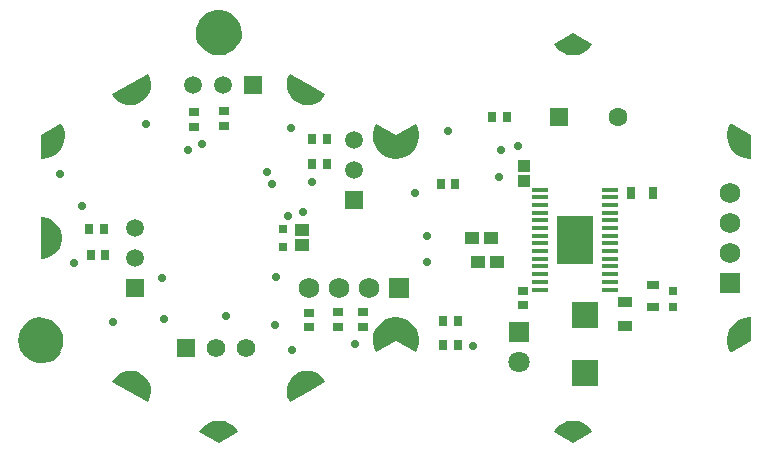
<source format=gbr>
G04*
G04 #@! TF.GenerationSoftware,Altium Limited,Altium Designer,25.8.1 (18)*
G04*
G04 Layer_Color=8388736*
%FSLAX25Y25*%
%MOIN*%
G70*
G04*
G04 #@! TF.SameCoordinates,4BE62294-00A5-47EF-9B78-CB70749D35C4*
G04*
G04*
G04 #@! TF.FilePolarity,Negative*
G04*
G01*
G75*
%ADD16R,0.03197X0.02985*%
%ADD17R,0.05550X0.01400*%
%ADD19R,0.02985X0.03197*%
%ADD21R,0.03150X0.03150*%
%ADD22R,0.04355X0.02977*%
%ADD23R,0.02977X0.04355*%
%ADD24R,0.02756X0.02756*%
%ADD25R,0.08898X0.08504*%
%ADD26R,0.04749X0.03765*%
%ADD27R,0.03543X0.02953*%
%ADD28R,0.04748X0.04166*%
%ADD32R,0.12200X0.15900*%
%ADD33R,0.04343X0.03950*%
%ADD34R,0.04540X0.03950*%
G04:AMPARAMS|DCode=35|XSize=47.37mil|YSize=47.37mil|CornerRadius=23.68mil|HoleSize=0mil|Usage=FLASHONLY|Rotation=150.000|XOffset=0mil|YOffset=0mil|HoleType=Round|Shape=RoundedRectangle|*
%AMROUNDEDRECTD35*
21,1,0.04737,0.00000,0,0,150.0*
21,1,0.00000,0.04737,0,0,150.0*
1,1,0.04737,0.00000,0.00000*
1,1,0.04737,0.00000,0.00000*
1,1,0.04737,0.00000,0.00000*
1,1,0.04737,0.00000,0.00000*
%
%ADD35ROUNDEDRECTD35*%
G04:AMPARAMS|DCode=36|XSize=47.37mil|YSize=47.37mil|CornerRadius=23.68mil|HoleSize=0mil|Usage=FLASHONLY|Rotation=90.000|XOffset=0mil|YOffset=0mil|HoleType=Round|Shape=RoundedRectangle|*
%AMROUNDEDRECTD36*
21,1,0.04737,0.00000,0,0,90.0*
21,1,0.00000,0.04737,0,0,90.0*
1,1,0.04737,0.00000,0.00000*
1,1,0.04737,0.00000,0.00000*
1,1,0.04737,0.00000,0.00000*
1,1,0.04737,0.00000,0.00000*
%
%ADD36ROUNDEDRECTD36*%
G04:AMPARAMS|DCode=37|XSize=47.37mil|YSize=47.37mil|CornerRadius=23.68mil|HoleSize=0mil|Usage=FLASHONLY|Rotation=210.000|XOffset=0mil|YOffset=0mil|HoleType=Round|Shape=RoundedRectangle|*
%AMROUNDEDRECTD37*
21,1,0.04737,0.00000,0,0,210.0*
21,1,0.00000,0.04737,0,0,210.0*
1,1,0.04737,0.00000,0.00000*
1,1,0.04737,0.00000,0.00000*
1,1,0.04737,0.00000,0.00000*
1,1,0.04737,0.00000,0.00000*
%
%ADD37ROUNDEDRECTD37*%
%ADD38C,0.06902*%
%ADD39R,0.06902X0.06902*%
%ADD40R,0.05984X0.05984*%
%ADD41C,0.05984*%
%ADD42R,0.06902X0.06902*%
%ADD43C,0.06312*%
%ADD44R,0.06312X0.06312*%
%ADD45C,0.07099*%
%ADD46R,0.07099X0.07099*%
%ADD47R,0.05984X0.05984*%
%ADD48C,0.06181*%
%ADD49R,0.06181X0.06181*%
%ADD50C,0.02769*%
G36*
X-57637Y75569D02*
X-56173Y74927D01*
X-54873Y73997D01*
X-53792Y72820D01*
X-52975Y71447D01*
X-52458Y69934D01*
X-52262Y68348D01*
X-52397Y66756D01*
X-52855Y65225D01*
X-53237Y64523D01*
Y64523D01*
X-60000Y68416D01*
X-53579Y64719D01*
X-53891Y64143D01*
X-54711Y63120D01*
X-55700Y62259D01*
X-56826Y61589D01*
X-58054Y61129D01*
X-59345Y60896D01*
X-60655D01*
X-61946Y61129D01*
X-63174Y61589D01*
X-64300Y62259D01*
X-65289Y63120D01*
X-66109Y64143D01*
X-66422Y64719D01*
X-66763Y64523D01*
X-67145Y65225D01*
X-67603Y66756D01*
X-67738Y68348D01*
X-67542Y69934D01*
X-67025Y71447D01*
X-66208Y72820D01*
X-65127Y73997D01*
X-63827Y74927D01*
X-62363Y75569D01*
X-60799Y75897D01*
X-59201D01*
X-57637Y75569D01*
D02*
G37*
G36*
X64531Y64719D02*
X64219Y64143D01*
X63399Y63120D01*
X62410Y62259D01*
X61284Y61589D01*
X60056Y61129D01*
X58766Y60896D01*
X57455D01*
X56164Y61129D01*
X54936Y61589D01*
X53810Y62259D01*
X52821Y63120D01*
X52001Y64143D01*
X51688Y64719D01*
X51688Y64719D01*
X58110Y68416D01*
X64531Y64719D01*
D02*
G37*
G36*
X-36334Y54748D02*
X-36329Y54756D01*
X-30383Y51318D01*
X-24435Y47888D01*
X-24439Y47881D01*
X-24418Y47868D01*
X-24747Y47261D01*
X-25631Y46201D01*
X-26709Y45338D01*
X-27936Y44706D01*
X-29265Y44331D01*
X-30641Y44227D01*
X-32011Y44398D01*
X-33320Y44838D01*
X-33923Y45187D01*
X-34529Y45536D01*
X-35564Y46449D01*
X-36398Y47550D01*
X-36996Y48794D01*
X-37335Y50133D01*
X-37401Y51512D01*
X-37193Y52876D01*
X-36717Y54172D01*
X-36355Y54760D01*
X-36334Y54748D01*
D02*
G37*
G36*
X-83308Y54168D02*
X-82831Y52873D01*
X-82620Y51508D01*
X-82685Y50129D01*
X-83022Y48791D01*
X-83619Y47545D01*
X-84451Y46444D01*
X-85485Y45529D01*
X-86680Y44838D01*
X-87989Y44398D01*
X-89359Y44227D01*
X-90735Y44331D01*
X-92064Y44706D01*
X-93291Y45338D01*
X-94369Y46201D01*
X-95253Y47261D01*
X-95582Y47868D01*
X-95582D01*
X-83671Y54756D01*
X-83308Y54168D01*
D02*
G37*
G36*
X-112496Y38118D02*
D01*
X-112496D01*
X-112496D01*
D02*
G37*
G36*
X-112136Y37530D02*
X-111636Y36243D01*
X-111374Y34888D01*
X-111356Y33508D01*
X-111584Y32147D01*
X-112050Y30848D01*
X-112741Y29653D01*
X-113632Y28600D01*
X-114697Y27722D01*
X-115901Y27047D01*
X-117206Y26597D01*
X-118569Y26387D01*
X-119259Y26405D01*
X-119259Y26799D01*
X-119260Y26799D01*
Y26799D01*
X-119251Y34209D01*
X-112838Y37921D01*
X-112838Y37920D01*
X-112496Y38118D01*
X-112136Y37530D01*
D02*
G37*
G36*
X110949Y37901D02*
X110961Y37921D01*
X110961D01*
X117374Y34209D01*
X117383Y26799D01*
X117362Y26798D01*
Y26420D01*
X116674Y26401D01*
X115312Y26610D01*
X114009Y27057D01*
X112807Y27729D01*
X111743Y28604D01*
X110852Y29655D01*
X110162Y30847D01*
X109695Y32142D01*
X109466Y33501D01*
X109482Y34878D01*
X109743Y36230D01*
X110240Y37515D01*
X110599Y38103D01*
Y38103D01*
X110949Y37901D01*
D02*
G37*
G36*
X-945Y34321D02*
X5621Y38103D01*
X5980Y37515D01*
X6477Y36230D01*
X6738Y34878D01*
X6754Y33501D01*
X6525Y32142D01*
X6058Y30847D01*
X5368Y29655D01*
X4477Y28604D01*
X3413Y27729D01*
X2211Y27057D01*
X908Y26610D01*
X-454Y26401D01*
X-945Y26414D01*
X-1436Y26401D01*
X-2798Y26610D01*
X-4101Y27057D01*
X-5303Y27729D01*
X-6367Y28604D01*
X-7258Y29655D01*
X-7948Y30847D01*
X-8415Y32142D01*
X-8644Y33501D01*
X-8628Y34878D01*
X-8367Y36230D01*
X-7870Y37515D01*
X-7511Y38103D01*
Y38103D01*
X-945Y34321D01*
D02*
G37*
G36*
X-117199Y6671D02*
X-115911Y6170D01*
X-114749Y5423D01*
X-113758Y4459D01*
X-112978Y3319D01*
X-112440Y2046D01*
X-112165Y691D01*
Y-691D01*
X-112440Y-2046D01*
X-112978Y-3319D01*
X-113758Y-4459D01*
X-114749Y-5423D01*
X-115911Y-6170D01*
X-117199Y-6671D01*
X-117211Y-6673D01*
X-117215Y-6675D01*
X-118575Y-6911D01*
X-119265Y-6892D01*
X-119265D01*
X-119274Y6867D01*
X-119252Y6868D01*
Y6887D01*
X-118561Y6907D01*
X-117199Y6671D01*
D02*
G37*
G36*
X908Y-26610D02*
X2211Y-27057D01*
X3413Y-27729D01*
X4477Y-28604D01*
X5368Y-29655D01*
X6058Y-30847D01*
X6525Y-32142D01*
X6754Y-33501D01*
X6738Y-34878D01*
X6477Y-36230D01*
X5980Y-37515D01*
X5621Y-38103D01*
X-945Y-34321D01*
X-7511Y-38103D01*
X-7870Y-37515D01*
X-8367Y-36230D01*
X-8628Y-34878D01*
X-8644Y-33501D01*
X-8415Y-32142D01*
X-7948Y-30847D01*
X-7258Y-29655D01*
X-6367Y-28604D01*
X-5303Y-27729D01*
X-4101Y-27057D01*
X-2798Y-26610D01*
X-1436Y-26401D01*
X-945Y-26414D01*
X-454Y-26401D01*
X908Y-26610D01*
D02*
G37*
G36*
X117362Y-26420D02*
Y-26798D01*
X117383Y-26799D01*
X117383Y-26799D01*
X117374Y-34209D01*
X110961Y-37921D01*
X110949Y-37901D01*
X110599Y-38103D01*
X110240Y-37515D01*
X109743Y-36230D01*
X109482Y-34878D01*
X109466Y-33501D01*
X109695Y-32142D01*
X110162Y-30847D01*
X110852Y-29655D01*
X111743Y-28604D01*
X112807Y-27729D01*
X114009Y-27057D01*
X115312Y-26610D01*
X116674Y-26401D01*
X117362Y-26420D01*
D02*
G37*
G36*
X5621Y-38103D02*
X5621D01*
D01*
X5621D01*
D02*
G37*
G36*
X-119259Y-26799D02*
X-118605Y-26781D01*
X-117309Y-26980D01*
X-116069Y-27406D01*
X-114925Y-28046D01*
X-113913Y-28880D01*
X-113065Y-29881D01*
X-112410Y-31016D01*
X-111967Y-32250D01*
X-111751Y-33543D01*
X-111769Y-34854D01*
X-112019Y-36141D01*
X-112495Y-37363D01*
X-112838Y-37920D01*
X-112496Y-38118D01*
X-112913Y-38800D01*
X-114010Y-39962D01*
X-115322Y-40875D01*
X-116793Y-41499D01*
X-118361Y-41807D01*
X-119959Y-41787D01*
X-121519Y-41438D01*
X-122974Y-40777D01*
X-124262Y-39831D01*
X-125329Y-38641D01*
X-126128Y-37257D01*
X-126626Y-35738D01*
X-126801Y-34149D01*
X-126646Y-32559D01*
X-126168Y-31034D01*
X-125387Y-29640D01*
X-124336Y-28436D01*
X-123060Y-27473D01*
X-121613Y-26793D01*
X-120058Y-26425D01*
X-119259Y-26405D01*
X-119259Y-26405D01*
X-119259Y-26799D01*
D02*
G37*
G36*
X-29265Y-44331D02*
X-27936Y-44706D01*
X-26709Y-45338D01*
X-25631Y-46201D01*
X-24747Y-47261D01*
X-24418Y-47868D01*
D01*
Y-47868D01*
X-30374Y-51312D01*
X-36329Y-54756D01*
X-36692Y-54168D01*
X-37169Y-52873D01*
X-37380Y-51508D01*
X-37315Y-50129D01*
X-36978Y-48791D01*
X-36381Y-47545D01*
X-35549Y-46444D01*
X-34515Y-45529D01*
X-33320Y-44838D01*
X-32011Y-44398D01*
X-30641Y-44227D01*
X-29265Y-44331D01*
D02*
G37*
G36*
X-87989Y-44398D02*
X-86680Y-44838D01*
X-86077Y-45187D01*
X-85471Y-45536D01*
X-84436Y-46449D01*
X-83602Y-47550D01*
X-83004Y-48794D01*
X-82665Y-50133D01*
X-82599Y-51512D01*
X-82807Y-52876D01*
X-83283Y-54172D01*
X-83645Y-54760D01*
D01*
X-83645Y-54760D01*
X-83645Y-54760D01*
X-83666Y-54748D01*
X-83671Y-54756D01*
D01*
X-83671Y-54756D01*
X-83671Y-54756D01*
X-89617Y-51318D01*
X-95565Y-47888D01*
X-95561Y-47881D01*
X-95582Y-47868D01*
X-95253Y-47261D01*
X-94369Y-46201D01*
X-93291Y-45338D01*
X-92064Y-44706D01*
X-90735Y-44331D01*
X-89359Y-44227D01*
X-87989Y-44398D01*
D02*
G37*
G36*
X60056Y-61129D02*
X61284Y-61589D01*
X62410Y-62259D01*
X63399Y-63120D01*
X64219Y-64143D01*
X64531Y-64719D01*
X58110Y-68416D01*
X51688Y-64719D01*
X52001Y-64143D01*
X52821Y-63120D01*
X53810Y-62259D01*
X54936Y-61589D01*
X56164Y-61129D01*
X57455Y-60896D01*
X58766D01*
X60056Y-61129D01*
D02*
G37*
G36*
X-58054D02*
X-56826Y-61589D01*
X-55700Y-62259D01*
X-54711Y-63120D01*
X-53891Y-64143D01*
X-53579Y-64719D01*
X-60000Y-68416D01*
X-66422Y-64719D01*
X-66109Y-64143D01*
X-65289Y-63120D01*
X-64300Y-62259D01*
X-63174Y-61589D01*
X-61946Y-61129D01*
X-60655Y-60896D01*
X-59345D01*
X-58054Y-61129D01*
D02*
G37*
D16*
X-29941Y-24864D02*
D03*
Y-29801D02*
D03*
X-58388Y42214D02*
D03*
Y37277D02*
D03*
X-11824Y-29689D02*
D03*
X-20175Y-29599D02*
D03*
Y-24661D02*
D03*
X-11824Y-24752D02*
D03*
X-68306Y37105D02*
D03*
Y42042D02*
D03*
D17*
X70374Y-1844D02*
D03*
Y-4403D02*
D03*
Y3274D02*
D03*
Y715D02*
D03*
Y8392D02*
D03*
Y5833D02*
D03*
Y-6962D02*
D03*
Y-9521D02*
D03*
X47124Y3274D02*
D03*
Y715D02*
D03*
Y16069D02*
D03*
X70374Y-14639D02*
D03*
X47124Y-6962D02*
D03*
Y-12080D02*
D03*
Y10951D02*
D03*
X70374Y-17198D02*
D03*
X47124Y13510D02*
D03*
Y8392D02*
D03*
Y5833D02*
D03*
Y-1844D02*
D03*
Y-4403D02*
D03*
Y-9521D02*
D03*
Y-14639D02*
D03*
Y-17198D02*
D03*
X70374Y13510D02*
D03*
Y-12080D02*
D03*
Y10951D02*
D03*
Y16069D02*
D03*
D19*
X-28854Y24642D02*
D03*
X13942Y17883D02*
D03*
X-103092Y2822D02*
D03*
X35937Y40223D02*
D03*
X31000D02*
D03*
X19737Y-27559D02*
D03*
X14800D02*
D03*
X19737Y-35764D02*
D03*
X14800D02*
D03*
X-98155Y2822D02*
D03*
X-102691Y-5658D02*
D03*
X-97754D02*
D03*
X-28960Y32950D02*
D03*
X-24023D02*
D03*
X-23917Y24642D02*
D03*
X18879Y17883D02*
D03*
D21*
X-38543Y-3097D02*
D03*
Y2809D02*
D03*
D22*
X84631Y-15772D02*
D03*
Y-23055D02*
D03*
D23*
X84746Y14900D02*
D03*
X77463D02*
D03*
D24*
X91260Y-17537D02*
D03*
Y-23048D02*
D03*
D25*
X62148Y-45040D02*
D03*
Y-25749D02*
D03*
D26*
X75480Y-21248D02*
D03*
Y-29319D02*
D03*
D27*
X41352Y-22449D02*
D03*
Y-17724D02*
D03*
D28*
X24397Y-65D02*
D03*
X30704D02*
D03*
X32739Y-8134D02*
D03*
X26432D02*
D03*
D32*
X58749Y-565D02*
D03*
D33*
X41847Y23933D02*
D03*
Y19012D02*
D03*
D34*
X-32329Y2578D02*
D03*
Y-2343D02*
D03*
D35*
X-116326Y32520D02*
D03*
X114449Y-32520D02*
D03*
X-116339Y0D02*
D03*
D36*
X-60000Y65039D02*
D03*
X58110Y-65039D02*
D03*
X-661Y30520D02*
D03*
X58110Y65039D02*
D03*
X-661Y-30520D02*
D03*
X-60000Y-65039D02*
D03*
X-31850Y-48780D02*
D03*
X-88150Y48780D02*
D03*
D37*
X-116326Y-32520D02*
D03*
X114449Y32520D02*
D03*
X-88150Y-48780D02*
D03*
X-31850Y48780D02*
D03*
D38*
X110273Y-4970D02*
D03*
Y5030D02*
D03*
X110273Y15030D02*
D03*
X-30038Y-16647D02*
D03*
X-10038D02*
D03*
X-20038D02*
D03*
D39*
X110273Y-14970D02*
D03*
D40*
X-88073Y-16726D02*
D03*
X-14976Y12556D02*
D03*
D41*
X-88073Y-6726D02*
D03*
Y3274D02*
D03*
X-58492Y50888D02*
D03*
X-68492D02*
D03*
X-14976Y32556D02*
D03*
Y22556D02*
D03*
D42*
X-38Y-16647D02*
D03*
D43*
X73118Y40397D02*
D03*
D44*
X53433D02*
D03*
D45*
X40225Y-41240D02*
D03*
D46*
Y-31240D02*
D03*
D47*
X-48492Y50888D02*
D03*
D48*
X-50858Y-36615D02*
D03*
X-60858D02*
D03*
D49*
X-70858D02*
D03*
D50*
X54463Y-6605D02*
D03*
X58262Y-6360D02*
D03*
X61734Y-6442D02*
D03*
X62020Y-2970D02*
D03*
X58303Y-3256D02*
D03*
X54544Y-3133D02*
D03*
X54819Y691D02*
D03*
X58393Y632D02*
D03*
X61848Y751D02*
D03*
X61789Y4683D02*
D03*
X58512Y4802D02*
D03*
X54640D02*
D03*
X-70211Y29297D02*
D03*
X-65695Y31237D02*
D03*
X-43996Y21931D02*
D03*
X-42263Y18076D02*
D03*
X-84108Y37908D02*
D03*
X39764Y30654D02*
D03*
X5477Y15038D02*
D03*
X-28984Y18686D02*
D03*
X-14585Y-35505D02*
D03*
X-31820Y8519D02*
D03*
X-105501Y10576D02*
D03*
X-35816Y36776D02*
D03*
X-37065Y7324D02*
D03*
X-40951Y-13028D02*
D03*
X-108186Y-8498D02*
D03*
X-112882Y21246D02*
D03*
X-41225Y-29048D02*
D03*
X24731Y-35939D02*
D03*
X-57582Y-26175D02*
D03*
X33457Y20143D02*
D03*
X9281Y630D02*
D03*
Y-7872D02*
D03*
X-95380Y-28024D02*
D03*
X-78106Y-27167D02*
D03*
X-78742Y-13250D02*
D03*
X-35690Y-37254D02*
D03*
X16291Y35607D02*
D03*
X33999Y29402D02*
D03*
M02*

</source>
